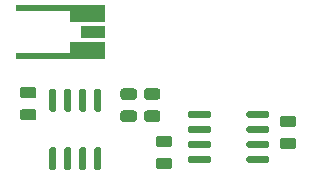
<source format=gbr>
G04 #@! TF.GenerationSoftware,KiCad,Pcbnew,(5.1.6-0-10_14)*
G04 #@! TF.CreationDate,2020-10-13T19:53:42+09:00*
G04 #@! TF.ProjectId,teabiscuits_compute,74656162-6973-4637-9569-74735f636f6d,rev?*
G04 #@! TF.SameCoordinates,Original*
G04 #@! TF.FileFunction,Paste,Top*
G04 #@! TF.FilePolarity,Positive*
%FSLAX46Y46*%
G04 Gerber Fmt 4.6, Leading zero omitted, Abs format (unit mm)*
G04 Created by KiCad (PCBNEW (5.1.6-0-10_14)) date 2020-10-13 19:53:42*
%MOMM*%
%LPD*%
G01*
G04 APERTURE LIST*
%ADD10C,0.100000*%
%ADD11R,2.100000X1.100000*%
G04 APERTURE END LIST*
G36*
G01*
X153975000Y-175390000D02*
X153975000Y-175690000D01*
G75*
G02*
X153825000Y-175840000I-150000J0D01*
G01*
X152175000Y-175840000D01*
G75*
G02*
X152025000Y-175690000I0J150000D01*
G01*
X152025000Y-175390000D01*
G75*
G02*
X152175000Y-175240000I150000J0D01*
G01*
X153825000Y-175240000D01*
G75*
G02*
X153975000Y-175390000I0J-150000D01*
G01*
G37*
G36*
G01*
X153975000Y-174120000D02*
X153975000Y-174420000D01*
G75*
G02*
X153825000Y-174570000I-150000J0D01*
G01*
X152175000Y-174570000D01*
G75*
G02*
X152025000Y-174420000I0J150000D01*
G01*
X152025000Y-174120000D01*
G75*
G02*
X152175000Y-173970000I150000J0D01*
G01*
X153825000Y-173970000D01*
G75*
G02*
X153975000Y-174120000I0J-150000D01*
G01*
G37*
G36*
G01*
X153975000Y-172850000D02*
X153975000Y-173150000D01*
G75*
G02*
X153825000Y-173300000I-150000J0D01*
G01*
X152175000Y-173300000D01*
G75*
G02*
X152025000Y-173150000I0J150000D01*
G01*
X152025000Y-172850000D01*
G75*
G02*
X152175000Y-172700000I150000J0D01*
G01*
X153825000Y-172700000D01*
G75*
G02*
X153975000Y-172850000I0J-150000D01*
G01*
G37*
G36*
G01*
X153975000Y-171580000D02*
X153975000Y-171880000D01*
G75*
G02*
X153825000Y-172030000I-150000J0D01*
G01*
X152175000Y-172030000D01*
G75*
G02*
X152025000Y-171880000I0J150000D01*
G01*
X152025000Y-171580000D01*
G75*
G02*
X152175000Y-171430000I150000J0D01*
G01*
X153825000Y-171430000D01*
G75*
G02*
X153975000Y-171580000I0J-150000D01*
G01*
G37*
G36*
G01*
X158925000Y-171580000D02*
X158925000Y-171880000D01*
G75*
G02*
X158775000Y-172030000I-150000J0D01*
G01*
X157125000Y-172030000D01*
G75*
G02*
X156975000Y-171880000I0J150000D01*
G01*
X156975000Y-171580000D01*
G75*
G02*
X157125000Y-171430000I150000J0D01*
G01*
X158775000Y-171430000D01*
G75*
G02*
X158925000Y-171580000I0J-150000D01*
G01*
G37*
G36*
G01*
X158925000Y-172850000D02*
X158925000Y-173150000D01*
G75*
G02*
X158775000Y-173300000I-150000J0D01*
G01*
X157125000Y-173300000D01*
G75*
G02*
X156975000Y-173150000I0J150000D01*
G01*
X156975000Y-172850000D01*
G75*
G02*
X157125000Y-172700000I150000J0D01*
G01*
X158775000Y-172700000D01*
G75*
G02*
X158925000Y-172850000I0J-150000D01*
G01*
G37*
G36*
G01*
X158925000Y-174120000D02*
X158925000Y-174420000D01*
G75*
G02*
X158775000Y-174570000I-150000J0D01*
G01*
X157125000Y-174570000D01*
G75*
G02*
X156975000Y-174420000I0J150000D01*
G01*
X156975000Y-174120000D01*
G75*
G02*
X157125000Y-173970000I150000J0D01*
G01*
X158775000Y-173970000D01*
G75*
G02*
X158925000Y-174120000I0J-150000D01*
G01*
G37*
G36*
G01*
X158925000Y-175390000D02*
X158925000Y-175690000D01*
G75*
G02*
X158775000Y-175840000I-150000J0D01*
G01*
X157125000Y-175840000D01*
G75*
G02*
X156975000Y-175690000I0J150000D01*
G01*
X156975000Y-175390000D01*
G75*
G02*
X157125000Y-175240000I150000J0D01*
G01*
X158775000Y-175240000D01*
G75*
G02*
X158925000Y-175390000I0J-150000D01*
G01*
G37*
G36*
G01*
X140745000Y-171500000D02*
X140445000Y-171500000D01*
G75*
G02*
X140295000Y-171350000I0J150000D01*
G01*
X140295000Y-169700000D01*
G75*
G02*
X140445000Y-169550000I150000J0D01*
G01*
X140745000Y-169550000D01*
G75*
G02*
X140895000Y-169700000I0J-150000D01*
G01*
X140895000Y-171350000D01*
G75*
G02*
X140745000Y-171500000I-150000J0D01*
G01*
G37*
G36*
G01*
X142015000Y-171500000D02*
X141715000Y-171500000D01*
G75*
G02*
X141565000Y-171350000I0J150000D01*
G01*
X141565000Y-169700000D01*
G75*
G02*
X141715000Y-169550000I150000J0D01*
G01*
X142015000Y-169550000D01*
G75*
G02*
X142165000Y-169700000I0J-150000D01*
G01*
X142165000Y-171350000D01*
G75*
G02*
X142015000Y-171500000I-150000J0D01*
G01*
G37*
G36*
G01*
X143285000Y-171500000D02*
X142985000Y-171500000D01*
G75*
G02*
X142835000Y-171350000I0J150000D01*
G01*
X142835000Y-169700000D01*
G75*
G02*
X142985000Y-169550000I150000J0D01*
G01*
X143285000Y-169550000D01*
G75*
G02*
X143435000Y-169700000I0J-150000D01*
G01*
X143435000Y-171350000D01*
G75*
G02*
X143285000Y-171500000I-150000J0D01*
G01*
G37*
G36*
G01*
X144555000Y-171500000D02*
X144255000Y-171500000D01*
G75*
G02*
X144105000Y-171350000I0J150000D01*
G01*
X144105000Y-169700000D01*
G75*
G02*
X144255000Y-169550000I150000J0D01*
G01*
X144555000Y-169550000D01*
G75*
G02*
X144705000Y-169700000I0J-150000D01*
G01*
X144705000Y-171350000D01*
G75*
G02*
X144555000Y-171500000I-150000J0D01*
G01*
G37*
G36*
G01*
X144555000Y-176450000D02*
X144255000Y-176450000D01*
G75*
G02*
X144105000Y-176300000I0J150000D01*
G01*
X144105000Y-174650000D01*
G75*
G02*
X144255000Y-174500000I150000J0D01*
G01*
X144555000Y-174500000D01*
G75*
G02*
X144705000Y-174650000I0J-150000D01*
G01*
X144705000Y-176300000D01*
G75*
G02*
X144555000Y-176450000I-150000J0D01*
G01*
G37*
G36*
G01*
X143285000Y-176450000D02*
X142985000Y-176450000D01*
G75*
G02*
X142835000Y-176300000I0J150000D01*
G01*
X142835000Y-174650000D01*
G75*
G02*
X142985000Y-174500000I150000J0D01*
G01*
X143285000Y-174500000D01*
G75*
G02*
X143435000Y-174650000I0J-150000D01*
G01*
X143435000Y-176300000D01*
G75*
G02*
X143285000Y-176450000I-150000J0D01*
G01*
G37*
G36*
G01*
X142015000Y-176450000D02*
X141715000Y-176450000D01*
G75*
G02*
X141565000Y-176300000I0J150000D01*
G01*
X141565000Y-174650000D01*
G75*
G02*
X141715000Y-174500000I150000J0D01*
G01*
X142015000Y-174500000D01*
G75*
G02*
X142165000Y-174650000I0J-150000D01*
G01*
X142165000Y-176300000D01*
G75*
G02*
X142015000Y-176450000I-150000J0D01*
G01*
G37*
G36*
G01*
X140745000Y-176450000D02*
X140445000Y-176450000D01*
G75*
G02*
X140295000Y-176300000I0J150000D01*
G01*
X140295000Y-174650000D01*
G75*
G02*
X140445000Y-174500000I150000J0D01*
G01*
X140745000Y-174500000D01*
G75*
G02*
X140895000Y-174650000I0J-150000D01*
G01*
X140895000Y-176300000D01*
G75*
G02*
X140745000Y-176450000I-150000J0D01*
G01*
G37*
G36*
G01*
X147456250Y-170487500D02*
X146543750Y-170487500D01*
G75*
G02*
X146300000Y-170243750I0J243750D01*
G01*
X146300000Y-169756250D01*
G75*
G02*
X146543750Y-169512500I243750J0D01*
G01*
X147456250Y-169512500D01*
G75*
G02*
X147700000Y-169756250I0J-243750D01*
G01*
X147700000Y-170243750D01*
G75*
G02*
X147456250Y-170487500I-243750J0D01*
G01*
G37*
G36*
G01*
X147456250Y-172362500D02*
X146543750Y-172362500D01*
G75*
G02*
X146300000Y-172118750I0J243750D01*
G01*
X146300000Y-171631250D01*
G75*
G02*
X146543750Y-171387500I243750J0D01*
G01*
X147456250Y-171387500D01*
G75*
G02*
X147700000Y-171631250I0J-243750D01*
G01*
X147700000Y-172118750D01*
G75*
G02*
X147456250Y-172362500I-243750J0D01*
G01*
G37*
D10*
G36*
X145000000Y-167050000D02*
G01*
X137500000Y-167050000D01*
X137500000Y-166500000D01*
X142000000Y-166500000D01*
X142000000Y-165570000D01*
X145000000Y-165570000D01*
X145000000Y-167050000D01*
G37*
G36*
X145000000Y-163930000D02*
G01*
X142000000Y-163930000D01*
X142000000Y-163000000D01*
X137500000Y-163000000D01*
X137500000Y-162450000D01*
X145000000Y-162450000D01*
X145000000Y-163930000D01*
G37*
D11*
X143950000Y-164750000D03*
G36*
G01*
X149543750Y-175387500D02*
X150456250Y-175387500D01*
G75*
G02*
X150700000Y-175631250I0J-243750D01*
G01*
X150700000Y-176118750D01*
G75*
G02*
X150456250Y-176362500I-243750J0D01*
G01*
X149543750Y-176362500D01*
G75*
G02*
X149300000Y-176118750I0J243750D01*
G01*
X149300000Y-175631250D01*
G75*
G02*
X149543750Y-175387500I243750J0D01*
G01*
G37*
G36*
G01*
X149543750Y-173512500D02*
X150456250Y-173512500D01*
G75*
G02*
X150700000Y-173756250I0J-243750D01*
G01*
X150700000Y-174243750D01*
G75*
G02*
X150456250Y-174487500I-243750J0D01*
G01*
X149543750Y-174487500D01*
G75*
G02*
X149300000Y-174243750I0J243750D01*
G01*
X149300000Y-173756250D01*
G75*
G02*
X149543750Y-173512500I243750J0D01*
G01*
G37*
G36*
G01*
X160956250Y-172800000D02*
X160043750Y-172800000D01*
G75*
G02*
X159800000Y-172556250I0J243750D01*
G01*
X159800000Y-172068750D01*
G75*
G02*
X160043750Y-171825000I243750J0D01*
G01*
X160956250Y-171825000D01*
G75*
G02*
X161200000Y-172068750I0J-243750D01*
G01*
X161200000Y-172556250D01*
G75*
G02*
X160956250Y-172800000I-243750J0D01*
G01*
G37*
G36*
G01*
X160956250Y-174675000D02*
X160043750Y-174675000D01*
G75*
G02*
X159800000Y-174431250I0J243750D01*
G01*
X159800000Y-173943750D01*
G75*
G02*
X160043750Y-173700000I243750J0D01*
G01*
X160956250Y-173700000D01*
G75*
G02*
X161200000Y-173943750I0J-243750D01*
G01*
X161200000Y-174431250D01*
G75*
G02*
X160956250Y-174675000I-243750J0D01*
G01*
G37*
G36*
G01*
X138043750Y-171262500D02*
X138956250Y-171262500D01*
G75*
G02*
X139200000Y-171506250I0J-243750D01*
G01*
X139200000Y-171993750D01*
G75*
G02*
X138956250Y-172237500I-243750J0D01*
G01*
X138043750Y-172237500D01*
G75*
G02*
X137800000Y-171993750I0J243750D01*
G01*
X137800000Y-171506250D01*
G75*
G02*
X138043750Y-171262500I243750J0D01*
G01*
G37*
G36*
G01*
X138043750Y-169387500D02*
X138956250Y-169387500D01*
G75*
G02*
X139200000Y-169631250I0J-243750D01*
G01*
X139200000Y-170118750D01*
G75*
G02*
X138956250Y-170362500I-243750J0D01*
G01*
X138043750Y-170362500D01*
G75*
G02*
X137800000Y-170118750I0J243750D01*
G01*
X137800000Y-169631250D01*
G75*
G02*
X138043750Y-169387500I243750J0D01*
G01*
G37*
G36*
G01*
X149456250Y-170487500D02*
X148543750Y-170487500D01*
G75*
G02*
X148300000Y-170243750I0J243750D01*
G01*
X148300000Y-169756250D01*
G75*
G02*
X148543750Y-169512500I243750J0D01*
G01*
X149456250Y-169512500D01*
G75*
G02*
X149700000Y-169756250I0J-243750D01*
G01*
X149700000Y-170243750D01*
G75*
G02*
X149456250Y-170487500I-243750J0D01*
G01*
G37*
G36*
G01*
X149456250Y-172362500D02*
X148543750Y-172362500D01*
G75*
G02*
X148300000Y-172118750I0J243750D01*
G01*
X148300000Y-171631250D01*
G75*
G02*
X148543750Y-171387500I243750J0D01*
G01*
X149456250Y-171387500D01*
G75*
G02*
X149700000Y-171631250I0J-243750D01*
G01*
X149700000Y-172118750D01*
G75*
G02*
X149456250Y-172362500I-243750J0D01*
G01*
G37*
M02*

</source>
